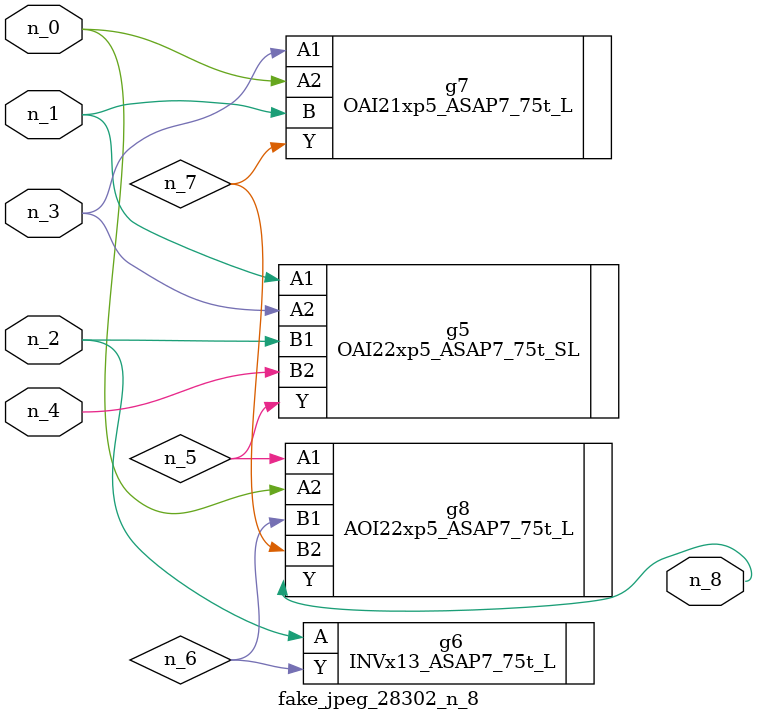
<source format=v>
module fake_jpeg_28302_n_8 (n_3, n_2, n_1, n_0, n_4, n_8);

input n_3;
input n_2;
input n_1;
input n_0;
input n_4;

output n_8;

wire n_6;
wire n_5;
wire n_7;

OAI22xp5_ASAP7_75t_SL g5 ( 
.A1(n_1),
.A2(n_3),
.B1(n_2),
.B2(n_4),
.Y(n_5)
);

INVx13_ASAP7_75t_L g6 ( 
.A(n_2),
.Y(n_6)
);

OAI21xp5_ASAP7_75t_L g7 ( 
.A1(n_3),
.A2(n_0),
.B(n_1),
.Y(n_7)
);

AOI22xp5_ASAP7_75t_L g8 ( 
.A1(n_5),
.A2(n_0),
.B1(n_6),
.B2(n_7),
.Y(n_8)
);


endmodule
</source>
